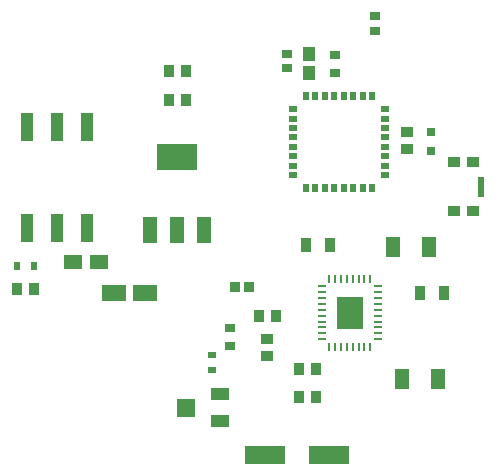
<source format=gtp>
G04*
G04 #@! TF.GenerationSoftware,Altium Limited,Altium Designer,21.1.1 (26)*
G04*
G04 Layer_Color=8421504*
%FSLAX25Y25*%
%MOIN*%
G70*
G04*
G04 #@! TF.SameCoordinates,EC72FFD8-62BE-425B-AFB2-474ABE2E55C8*
G04*
G04*
G04 #@! TF.FilePolarity,Positive*
G04*
G01*
G75*
%ADD15R,0.08881X0.10849*%
%ADD16R,0.01968X0.03150*%
%ADD17R,0.03150X0.01968*%
%ADD18R,0.02165X0.06693*%
%ADD19R,0.03937X0.03543*%
%ADD20R,0.03543X0.03150*%
%ADD21R,0.03543X0.03150*%
%ADD22R,0.04724X0.08661*%
%ADD23R,0.13780X0.08661*%
%ADD24R,0.03765X0.04749*%
%ADD25R,0.13780X0.06299*%
%ADD26R,0.03740X0.04134*%
%ADD27R,0.06102X0.04724*%
%ADD28R,0.02996X0.00955*%
G04:AMPARAMS|DCode=29|XSize=29.96mil|YSize=9.55mil|CornerRadius=4.77mil|HoleSize=0mil|Usage=FLASHONLY|Rotation=180.000|XOffset=0mil|YOffset=0mil|HoleType=Round|Shape=RoundedRectangle|*
%AMROUNDEDRECTD29*
21,1,0.02996,0.00000,0,0,180.0*
21,1,0.02042,0.00955,0,0,180.0*
1,1,0.00955,-0.01021,0.00000*
1,1,0.00955,0.01021,0.00000*
1,1,0.00955,0.01021,0.00000*
1,1,0.00955,-0.01021,0.00000*
%
%ADD29ROUNDEDRECTD29*%
G04:AMPARAMS|DCode=30|XSize=9.55mil|YSize=29.96mil|CornerRadius=4.77mil|HoleSize=0mil|Usage=FLASHONLY|Rotation=180.000|XOffset=0mil|YOffset=0mil|HoleType=Round|Shape=RoundedRectangle|*
%AMROUNDEDRECTD30*
21,1,0.00955,0.02042,0,0,180.0*
21,1,0.00000,0.02996,0,0,180.0*
1,1,0.00955,0.00000,0.01021*
1,1,0.00955,0.00000,0.01021*
1,1,0.00955,0.00000,-0.01021*
1,1,0.00955,0.00000,-0.01021*
%
%ADD30ROUNDEDRECTD30*%
%ADD31R,0.06299X0.04331*%
%ADD32R,0.06299X0.06299*%
%ADD33R,0.03543X0.04134*%
%ADD34R,0.03985X0.04758*%
%ADD35R,0.07874X0.05315*%
%ADD36R,0.04921X0.07087*%
%ADD37R,0.03347X0.02953*%
%ADD38R,0.04134X0.03543*%
%ADD39R,0.03543X0.02756*%
%ADD40R,0.02362X0.03150*%
%ADD41R,0.03150X0.03150*%
%ADD42R,0.04449X0.09606*%
%ADD43R,0.03150X0.02362*%
%ADD44R,0.03371X0.03379*%
%ADD45R,0.04134X0.03740*%
D15*
X36500Y-20000D02*
D03*
D16*
X21902Y52209D02*
D03*
X25051D02*
D03*
X28201D02*
D03*
X31350D02*
D03*
X34500D02*
D03*
X37650D02*
D03*
X40799D02*
D03*
X43949D02*
D03*
X43949Y21500D02*
D03*
X40799D02*
D03*
X37650D02*
D03*
X34500D02*
D03*
X31350D02*
D03*
X28201D02*
D03*
X25051D02*
D03*
X21902Y21500D02*
D03*
D17*
X48280Y47878D02*
D03*
Y44728D02*
D03*
Y41579D02*
D03*
Y38429D02*
D03*
Y35280D02*
D03*
Y32130D02*
D03*
Y28980D02*
D03*
Y25831D02*
D03*
X17571Y25831D02*
D03*
X17571Y28980D02*
D03*
Y32130D02*
D03*
Y35280D02*
D03*
Y38429D02*
D03*
Y41579D02*
D03*
Y44728D02*
D03*
Y47878D02*
D03*
D18*
X80110Y22000D02*
D03*
D19*
X77650Y13929D02*
D03*
X71350D02*
D03*
Y30071D02*
D03*
X77650D02*
D03*
D20*
X15500Y66362D02*
D03*
D21*
X31500Y60047D02*
D03*
X31500Y65953D02*
D03*
X-3500Y-30953D02*
D03*
Y-25047D02*
D03*
D22*
X-30055Y7591D02*
D03*
X-21000D02*
D03*
X-11945D02*
D03*
D23*
X-21000Y32000D02*
D03*
D24*
X21964Y2500D02*
D03*
X30035D02*
D03*
X68035Y-13500D02*
D03*
X59965D02*
D03*
D25*
X8370Y-67500D02*
D03*
X29630D02*
D03*
D26*
X19546Y-48000D02*
D03*
X25254D02*
D03*
X19546Y-38900D02*
D03*
X25254Y-38900D02*
D03*
D27*
X-55831Y-3000D02*
D03*
X-47169D02*
D03*
D28*
X45853Y-28858D02*
D03*
D29*
Y-26890D02*
D03*
Y-24921D02*
D03*
Y-22953D02*
D03*
Y-20984D02*
D03*
Y-19016D02*
D03*
Y-17047D02*
D03*
Y-15079D02*
D03*
Y-13110D02*
D03*
Y-11142D02*
D03*
X27147D02*
D03*
Y-13110D02*
D03*
Y-15079D02*
D03*
Y-17047D02*
D03*
Y-19016D02*
D03*
Y-20984D02*
D03*
Y-22953D02*
D03*
Y-24921D02*
D03*
Y-26890D02*
D03*
Y-28858D02*
D03*
D30*
X43390Y-8679D02*
D03*
X41421Y-8679D02*
D03*
X39453D02*
D03*
X37484D02*
D03*
X35516D02*
D03*
X33547D02*
D03*
X31579D02*
D03*
X29610Y-8679D02*
D03*
Y-31321D02*
D03*
X31579Y-31321D02*
D03*
X33547D02*
D03*
X35516D02*
D03*
X37484D02*
D03*
X39453D02*
D03*
X41421D02*
D03*
X43390Y-31321D02*
D03*
D31*
X-6691Y-56228D02*
D03*
Y-47172D02*
D03*
D32*
X-18109Y-51700D02*
D03*
D33*
X-23854Y60500D02*
D03*
X-18146D02*
D03*
X-23854Y51000D02*
D03*
X-18146D02*
D03*
X12054Y-21100D02*
D03*
X6346D02*
D03*
X-74354Y-12000D02*
D03*
X-68646D02*
D03*
D34*
X23000Y66157D02*
D03*
Y59843D02*
D03*
D35*
X-42217Y-13500D02*
D03*
X-31784D02*
D03*
D36*
X53996Y-42000D02*
D03*
X66004D02*
D03*
X63004Y2000D02*
D03*
X50996D02*
D03*
D37*
X45000Y73941D02*
D03*
Y79059D02*
D03*
D38*
X55500Y40354D02*
D03*
Y34646D02*
D03*
D39*
X15500Y61638D02*
D03*
D40*
X-68646Y-4500D02*
D03*
X-74354D02*
D03*
D41*
X63500Y40248D02*
D03*
Y33752D02*
D03*
D42*
X-51000Y41929D02*
D03*
X-61000D02*
D03*
X-71000D02*
D03*
Y8071D02*
D03*
X-61000D02*
D03*
X-51000D02*
D03*
D43*
X-9500Y-39059D02*
D03*
Y-33941D02*
D03*
D44*
X-1866Y-11500D02*
D03*
X2866Y-11500D02*
D03*
D45*
X9000Y-34354D02*
D03*
Y-28646D02*
D03*
M02*

</source>
